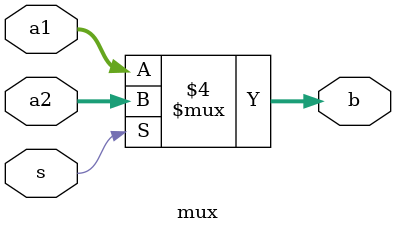
<source format=v>
module mux(a1,a2,s,b
    );
	 input [127:0] a1,a2;
	 input s;
	 output reg [127:0]b;
	 
	 always @(*)
	 begin
		if(s==0)
			b =a1;
		else
			b=a2;
	 end
endmodule

</source>
